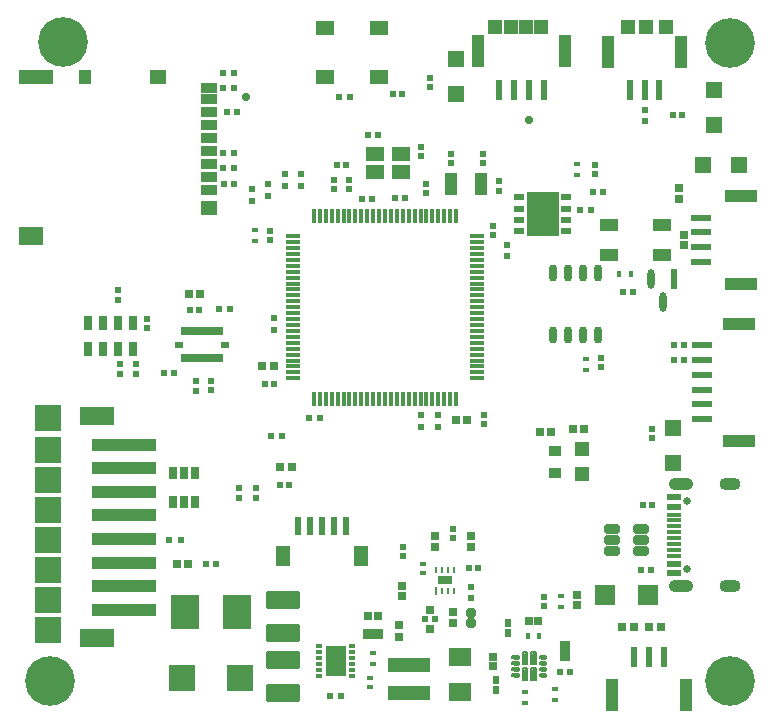
<source format=gts>
%FSTAX23Y23*%
%MOIN*%
%SFA1B1*%

%IPPOS*%
%AMD52*
4,1,8,-0.004800,0.008400,-0.004800,-0.008400,0.000000,-0.013200,0.000000,-0.013200,0.004800,-0.008400,0.004800,0.008400,0.000000,0.013200,0.000000,0.013200,-0.004800,0.008400,0.0*
1,1,0.009546,0.000000,0.008400*
1,1,0.009546,0.000000,-0.008400*
1,1,0.009546,0.000000,-0.008400*
1,1,0.009546,0.000000,0.008400*
%
%AMD66*
4,1,8,0.011900,-0.020700,0.011900,0.020700,0.000000,0.032600,0.000000,0.032600,-0.011900,0.020700,-0.011900,-0.020700,0.000000,-0.032600,0.000000,-0.032600,0.011900,-0.020700,0.0*
1,1,0.023720,0.000000,-0.020700*
1,1,0.023720,0.000000,0.020700*
1,1,0.023720,0.000000,0.020700*
1,1,0.023720,0.000000,-0.020700*
%
%AMD107*
4,1,8,-0.035400,0.000000,-0.035400,0.000000,-0.015700,-0.019700,0.015700,-0.019700,0.035400,0.000000,0.035400,0.000000,0.015700,0.019700,-0.015700,0.019700,-0.035400,0.000000,0.0*
1,1,0.039370,-0.015700,0.000000*
1,1,0.039370,-0.015700,0.000000*
1,1,0.039370,0.015700,0.000000*
1,1,0.039370,0.015700,0.000000*
%
%AMD108*
4,1,8,-0.041300,0.000000,-0.041300,0.000000,-0.021700,-0.019700,0.021700,-0.019700,0.041300,0.000000,0.041300,0.000000,0.021700,0.019700,-0.021700,0.019700,-0.041300,0.000000,0.0*
1,1,0.039370,-0.021700,0.000000*
1,1,0.039370,-0.021700,0.000000*
1,1,0.039370,0.021700,0.000000*
1,1,0.039370,0.021700,0.000000*
%
%AMD138*
4,1,8,-0.057500,0.020200,-0.057500,-0.020200,-0.046800,-0.031000,0.046800,-0.031000,0.057500,-0.020200,0.057500,0.020200,0.046800,0.031000,-0.046800,0.031000,-0.057500,0.020200,0.0*
1,1,0.021484,-0.046800,0.020200*
1,1,0.021484,-0.046800,-0.020200*
1,1,0.021484,0.046800,-0.020200*
1,1,0.021484,0.046800,0.020200*
%
%AMD150*
4,1,8,-0.006200,-0.016500,0.006200,-0.016500,0.016500,-0.006200,0.016500,0.006200,0.006200,0.016500,-0.006200,0.016500,-0.016500,0.006200,-0.016500,-0.006200,-0.006200,-0.016500,0.0*
1,1,0.020500,-0.006200,-0.006200*
1,1,0.020500,0.006200,-0.006200*
1,1,0.020500,0.006200,0.006200*
1,1,0.020500,-0.006200,0.006200*
%
%AMD152*
4,1,8,-0.020900,-0.015600,0.020900,-0.015600,0.027800,-0.008700,0.027800,0.008700,0.020900,0.015600,-0.020900,0.015600,-0.027800,0.008700,-0.027800,-0.008700,-0.020900,-0.015600,0.0*
1,1,0.013807,-0.020900,-0.008700*
1,1,0.013807,0.020900,-0.008700*
1,1,0.013807,0.020900,0.008700*
1,1,0.013807,-0.020900,0.008700*
%
%ADD12R,0.023622X0.066929*%
%ADD13R,0.039370X0.106299*%
%ADD15R,0.118110X0.062992*%
%ADD16R,0.216535X0.039370*%
%ADD17R,0.085039X0.088976*%
%ADD18R,0.023622X0.019685*%
%ADD20R,0.020472X0.020472*%
%ADD21R,0.022538X0.024226*%
%ADD22R,0.020472X0.020472*%
%ADD27R,0.019685X0.019685*%
%ADD28R,0.023622X0.017716*%
%ADD29R,0.026476X0.026306*%
%ADD31R,0.047244X0.070866*%
%ADD32R,0.023622X0.061024*%
%ADD33R,0.031656X0.029851*%
%ADD34R,0.027803X0.028666*%
%ADD42R,0.047244X0.011811*%
%ADD43R,0.011811X0.047244*%
%ADD44R,0.024226X0.022538*%
%ADD45R,0.021654X0.021654*%
%ADD47R,0.075047X0.061206*%
%ADD48R,0.023443X0.026105*%
%ADD49R,0.017716X0.023622*%
%ADD51R,0.026476X0.028163*%
G04~CAMADD=52~8~0.0~0.0~263.1~95.5~47.7~0.0~15~0.0~0.0~0.0~0.0~0~0.0~0.0~0.0~0.0~0~0.0~0.0~0.0~90.0~96.0~263.0*
%ADD52D52*%
%ADD53R,0.049212X0.025591*%
%ADD54R,0.019198X0.018601*%
%ADD57R,0.043307X0.035433*%
%ADD58R,0.047244X0.047244*%
%ADD59R,0.045275X0.023622*%
%ADD64R,0.039370X0.110236*%
G04~CAMADD=66~8~0.0~0.0~651.7~237.2~118.6~0.0~15~0.0~0.0~0.0~0.0~0~0.0~0.0~0.0~0.0~0~0.0~0.0~0.0~270.0~238.0~651.0*
%ADD66D66*%
%ADD67R,0.066929X0.023622*%
%ADD68R,0.110236X0.039370*%
%ADD70R,0.106299X0.039370*%
%ADD72R,0.018432X0.018601*%
%ADD76R,0.021654X0.021654*%
%ADD77R,0.009546X0.026306*%
%ADD78R,0.045275X0.011811*%
%ADD79R,0.022369X0.022538*%
%ADD80R,0.026195X0.026476*%
%ADD81R,0.019685X0.015748*%
%ADD88R,0.043307X0.074803*%
%ADD89R,0.023622X0.019685*%
%ADD90R,0.066929X0.066142*%
%ADD91R,0.019685X0.023622*%
%ADD94R,0.023719X0.065167*%
G04~CAMADD=107~8~0.0~0.0~393.7~708.7~196.9~0.0~15~0.0~0.0~0.0~0.0~0~0.0~0.0~0.0~0.0~0~0.0~0.0~0.0~90.0~708.0~394.0*
%ADD107D107*%
G04~CAMADD=108~8~0.0~0.0~393.7~826.8~196.9~0.0~15~0.0~0.0~0.0~0.0~0~0.0~0.0~0.0~0.0~0~0.0~0.0~0.0~90.0~827.0~393.0*
%ADD108D108*%
%ADD109C,0.025591*%
%ADD136R,0.086740X0.086740*%
%ADD137R,0.029653X0.039496*%
G04~CAMADD=138~8~0.0~0.0~619.4~1150.9~107.4~0.0~15~0.0~0.0~0.0~0.0~0~0.0~0.0~0.0~0.0~0~0.0~0.0~0.0~90.0~1151.0~619.0*
%ADD138D138*%
%ADD139R,0.024866X0.013842*%
%ADD140R,0.070929X0.102425*%
%ADD141R,0.023748X0.023748*%
%ADD142R,0.031622X0.051307*%
%ADD143R,0.021779X0.031228*%
%ADD144R,0.082803X0.059181*%
%ADD145R,0.118236X0.047370*%
%ADD146R,0.039496X0.047370*%
%ADD147R,0.055244X0.035559*%
%ADD148R,0.055244X0.047370*%
%ADD149R,0.063118X0.045401*%
G04~CAMADD=150~8~0.0~0.0~330.0~330.0~102.5~0.0~15~0.0~0.0~0.0~0.0~0~0.0~0.0~0.0~0.0~0~0.0~0.0~0.0~180.0~330.0~330.0*
%ADD150D150*%
%ADD151R,0.032409X0.033984*%
G04~CAMADD=152~8~0.0~0.0~556.4~312.3~69.0~0.0~15~0.0~0.0~0.0~0.0~0~0.0~0.0~0.0~0.0~0~0.0~0.0~0.0~180.0~556.0~312.0*
%ADD152D152*%
%ADD153R,0.056031X0.057212*%
%ADD154O,0.029653X0.057212*%
%ADD155R,0.110362X0.149732*%
%ADD156R,0.037921X0.024535*%
%ADD157R,0.047370X0.047370*%
%ADD158R,0.057212X0.056031*%
%ADD159R,0.031622X0.029260*%
%ADD160R,0.031622X0.031622*%
%ADD161R,0.025716X0.025716*%
%ADD162R,0.025716X0.025716*%
%ADD163R,0.029653X0.029653*%
%ADD164R,0.033984X0.032409*%
%ADD165R,0.141858X0.046583*%
%ADD166R,0.029653X0.031622*%
%ADD167R,0.061149X0.043433*%
%ADD168R,0.059181X0.047370*%
%ADD169R,0.093000X0.115992*%
%ADD170R,0.031228X0.021779*%
%ADD171C,0.023685*%
%ADD172C,0.165480*%
%ADD173C,0.027685*%
%ADD186C,0.005000*%
%ADD188C,0.010000*%
%LNrelia-1*%
%LPD*%
G54D12*
X021Y0209D03*
X02149D03*
X0205D03*
X02164Y00199D03*
X01763Y02088D03*
X01616D03*
X01714D03*
X01665D03*
X02115Y00199D03*
X02065D03*
G54D13*
X01977Y02216D03*
X02222D03*
X01992Y00073D03*
X02237D03*
G54D15*
X00276Y00261D03*
Y01001D03*
G54D16*
X00365Y00435D03*
Y00356D03*
Y00513D03*
Y00671D03*
Y00749D03*
Y00828D03*
Y00907D03*
Y00592D03*
G54D17*
X00751Y0013D03*
X00558D03*
G54D18*
X00553Y0059D03*
X00513D03*
G54D20*
X0067Y0051D03*
X00915Y00771D03*
X00584Y01355D03*
X00834Y0111D03*
X013Y0173D03*
X0121Y0194D03*
X01291Y02075D03*
X01545Y00495D03*
X0206Y01415D03*
X02194Y02005D03*
X02225D03*
X01179Y0194D03*
X00639Y0051D03*
X00865Y0111D03*
X01269Y0173D03*
X02029Y01415D03*
X00615Y01355D03*
X00883Y00771D03*
X01514Y00495D03*
X0126Y02075D03*
G54D21*
X00605Y01086D03*
X00804Y00729D03*
X00345Y01421D03*
X00605Y0112D03*
X00804Y00762D03*
X00345Y01388D03*
G54D22*
X00749Y0073D03*
X01295Y00565D03*
X0044Y01325D03*
X00655Y01089D03*
X0085Y0162D03*
X0137Y01775D03*
X01065Y0179D03*
X01115D03*
X01355Y01869D03*
X01385Y0213D03*
X0146Y00625D03*
X01765Y004D03*
X02125Y00929D03*
X01565Y00974D03*
X01595Y01635D03*
X01455Y01875D03*
X0156D03*
X01935Y0184D03*
X01955Y01164D03*
X02125Y0096D03*
X01385Y02099D03*
X01955Y01195D03*
X01595Y01604D03*
X01295Y00534D03*
X01765Y00369D03*
X0085Y01589D03*
X0137Y01744D03*
X0146Y00594D03*
X01565Y01005D03*
X01935Y01809D03*
X00749Y00761D03*
X0044Y01294D03*
X00655Y0112D03*
X01065Y01759D03*
X01115D03*
X01455Y01844D03*
X0156D03*
X01355Y019D03*
G54D27*
X01089Y0007D03*
X0105D03*
G54D28*
X01195Y00213D03*
X008Y01623D03*
X017Y00046D03*
X018Y00056D03*
X0182Y00403D03*
X01905Y01156D03*
X01875Y01843D03*
X01905Y01193D03*
X018Y00093D03*
X0182Y00366D03*
X008Y01586D03*
X01875Y01806D03*
X017Y00083D03*
X01195Y00176D03*
G54D29*
X0128Y00265D03*
Y00304D03*
G54D31*
X00895Y00535D03*
X01154D03*
G54D32*
X00946Y00634D03*
X01103D03*
X00985D03*
X01025D03*
X01064D03*
G54D33*
X00923Y00831D03*
X00581Y0141D03*
X00826Y0117D03*
X01508Y0099D03*
X00885Y00831D03*
X00618Y0141D03*
X01471Y0099D03*
X00863Y0117D03*
G54D34*
X0129Y00402D03*
X014Y00602D03*
Y00567D03*
X0129Y00437D03*
G54D42*
X00929Y01148D03*
Y01601D03*
X0154Y01581D03*
Y01522D03*
Y01502D03*
X00929Y01561D03*
Y01128D03*
Y01581D03*
X0154Y01601D03*
X00929Y01207D03*
Y01187D03*
X0154D03*
Y01168D03*
Y01266D03*
X00929Y01286D03*
X0154Y01404D03*
Y01561D03*
Y01542D03*
Y01483D03*
Y01463D03*
Y01443D03*
Y01424D03*
Y01384D03*
Y01365D03*
Y01345D03*
Y01325D03*
Y01305D03*
Y01286D03*
Y01246D03*
Y01227D03*
Y01207D03*
Y01148D03*
Y01128D03*
X00929Y01168D03*
Y01227D03*
Y01246D03*
Y01266D03*
Y01305D03*
Y01325D03*
Y01345D03*
Y01365D03*
Y01404D03*
Y01424D03*
Y01443D03*
Y01463D03*
Y01483D03*
Y01502D03*
Y01522D03*
Y01542D03*
Y01384D03*
G54D43*
X01116Y0167D03*
X01294D03*
X01451Y01059D03*
X01097D03*
X01077D03*
X01372Y0167D03*
X01274D03*
X01471Y01059D03*
X01077Y0167D03*
X01097D03*
X01254Y01059D03*
X01294D03*
X01274D03*
X01353Y0167D03*
X00998Y01059D03*
X01333D03*
X01353D03*
X01372D03*
X01412D03*
X01313D03*
X01235D03*
X01215D03*
X01195D03*
X01175D03*
X01156D03*
X01136D03*
X01116D03*
X01038D03*
X01018Y0167D03*
X01038D03*
X01057D03*
X01136D03*
X01156D03*
X01175D03*
X01195D03*
X01215D03*
X01235D03*
X01254D03*
X01313D03*
X01333D03*
X01392D03*
X01412D03*
X01431D03*
X01451D03*
X01471D03*
X00998D03*
X01392Y01059D03*
X01018D03*
X01431D03*
X01057D03*
G54D44*
X01073Y0184D03*
X01961Y0175D03*
X01928D03*
X01106Y0184D03*
G54D45*
X01117Y02065D03*
X00732Y01775D03*
X0073Y0183D03*
Y0188D03*
X00742Y02015D03*
X0073Y02095D03*
X01157Y01725D03*
X0192Y0169D03*
X00497Y01145D03*
X00892Y00936D03*
X00717Y0136D03*
X00682D03*
X00707Y02015D03*
X00697Y01775D03*
X00694Y0183D03*
Y02095D03*
Y0188D03*
X00856Y00936D03*
X01192Y01725D03*
X01884Y0169D03*
X01082Y02065D03*
X00532Y01145D03*
G54D47*
X01485Y00081D03*
Y00198D03*
G54D48*
X01605Y00088D03*
X01645Y00311D03*
X01605Y00121D03*
X01645Y00278D03*
G54D49*
X01748Y0027D03*
X02053Y01475D03*
X01711Y0027D03*
X02016Y01475D03*
G54D51*
X0146Y00311D03*
X0152Y00603D03*
X0146Y00348D03*
X0152Y00566D03*
G54D52*
X01425Y00419D03*
X01464D03*
X01425Y0049D03*
X01444Y00419D03*
X01464Y0049D03*
X01444D03*
X01405D03*
G54D53*
X01435Y00455D03*
G54D54*
X01851Y0015D03*
X02088Y0049D03*
X02093Y00705D03*
X01818Y0015D03*
X02121Y0049D03*
X02126Y00705D03*
G54D57*
X018Y00812D03*
Y00887D03*
G54D58*
X0189Y00808D03*
Y00891D03*
G54D59*
X02197Y00731D03*
Y00479D03*
Y0051D03*
Y00699D03*
G54D64*
X01543Y0222D03*
X01836D03*
G54D66*
X0216Y01381D03*
X02122Y01458D03*
G54D67*
X02288Y01516D03*
X0229Y01139D03*
Y00991D03*
Y01188D03*
Y01041D03*
Y01238D03*
Y0109D03*
X02288Y01565D03*
Y01614D03*
Y01663D03*
G54D68*
X0242Y01443D03*
Y01736D03*
G54D70*
X02416Y00919D03*
Y0131D03*
G54D72*
X02199Y0119D03*
X02198Y0124D03*
X0223Y0119D03*
X0223Y0124D03*
G54D76*
X0152Y00397D03*
X01615Y01752D03*
X0164Y01537D03*
X01615Y01787D03*
X00405Y01177D03*
X0035D03*
Y01142D03*
X00405D03*
X0152Y00432D03*
X0164Y01572D03*
X021Y01987D03*
Y02022D03*
G54D77*
X01405Y00419D03*
G54D78*
X02197Y00536D03*
Y00654D03*
Y00673D03*
Y00555D03*
Y00595D03*
Y00634D03*
Y00575D03*
Y00614D03*
G54D79*
X0073Y02145D03*
X00694D03*
G54D80*
X02064Y003D03*
X02115D03*
X0175Y0095D03*
X00579Y0051D03*
X0054D03*
X0186Y0096D03*
X01899D03*
X01789Y0095D03*
X02025Y003D03*
X02154D03*
G54D81*
X0136Y00479D03*
Y0051D03*
X01185Y0013D03*
Y00099D03*
G54D88*
X01554Y01775D03*
X01455D03*
G54D89*
X00865Y01329D03*
Y0129D03*
X01355Y00965D03*
X0141D03*
X01355Y01004D03*
X0141D03*
X0079Y0172D03*
X00845Y01774D03*
Y01735D03*
X009Y01809D03*
Y0177D03*
X00955Y01809D03*
Y0177D03*
X0079Y01759D03*
G54D90*
X0211Y00405D03*
X01969D03*
G54D91*
X01019Y00995D03*
X0098D03*
G54D94*
X02197Y01458D03*
G54D107*
X02385Y00435D03*
Y00775D03*
G54D108*
X0222Y00435D03*
Y00775D03*
G54D109*
X0224Y00491D03*
Y00718D03*
G54D136*
X0011Y0039D03*
Y00995D03*
Y0029D03*
Y0049D03*
Y0059D03*
Y0069D03*
Y0079D03*
Y0089D03*
G54D137*
X00565Y00812D03*
X00602D03*
X00527D03*
Y00717D03*
X00565D03*
X00602D03*
G54D138*
X00895Y00079D03*
Y0039D03*
Y00279D03*
Y0019D03*
G54D139*
X01013Y00135D03*
Y00234D03*
Y00155D03*
Y00175D03*
Y00194D03*
Y00214D03*
X01126Y00234D03*
Y00214D03*
Y00194D03*
Y00175D03*
Y00155D03*
Y00135D03*
G54D140*
X0107Y00185D03*
G54D141*
X014Y00325D03*
X01369D03*
G54D142*
X00246Y01313D03*
Y01226D03*
X00295Y01313D03*
Y01226D03*
X00393D03*
X00344D03*
Y01313D03*
X00393D03*
G54D143*
X00684Y01285D03*
X00585D03*
X00664D03*
X00625D03*
X00644Y01194D03*
X00605Y01285D03*
X00644D03*
X00684Y01194D03*
X00625D03*
X00565Y01285D03*
Y01194D03*
X00585D03*
X00605D03*
X00664D03*
G54D144*
X00054Y01602D03*
G54D145*
X00072Y02133D03*
G54D146*
X00235Y02133D03*
G54D147*
X00648Y01972D03*
Y01885D03*
Y02058D03*
Y02015D03*
Y01928D03*
Y01799D03*
Y01755D03*
Y01842D03*
Y02096D03*
G54D148*
X00648Y01694D03*
X00479Y02133D03*
G54D149*
X01215Y02296D03*
X01035D03*
Y02133D03*
X01215D03*
G54D150*
X0152Y00312D03*
Y00347D03*
G54D151*
X01835Y00236D03*
Y00203D03*
G54D152*
X02089Y0059D03*
X0199D03*
X02089Y00552D03*
Y00627D03*
X0199Y00552D03*
Y00627D03*
G54D153*
X02195Y00846D03*
X0147Y02193D03*
X0233Y02088D03*
Y01971D03*
X02195Y00963D03*
X0147Y02076D03*
G54D154*
X01845Y01271D03*
X01795Y01478D03*
X01895Y01271D03*
X01945Y01478D03*
X01845D03*
X01895D03*
X01795Y01271D03*
X01945D03*
G54D155*
X0176Y01675D03*
G54D156*
X01681Y01618D03*
X01838Y01693D03*
Y01656D03*
Y01618D03*
X01681Y01656D03*
Y01693D03*
Y01731D03*
X01838D03*
G54D157*
X01755Y023D03*
X02045D03*
X0217D03*
X016D03*
X02105D03*
X01705D03*
X01655D03*
G54D158*
X02413Y0184D03*
X02296D03*
G54D159*
X02215Y01762D03*
X01875Y00372D03*
X02215Y01727D03*
X01875Y00407D03*
G54D160*
X01385Y00293D03*
Y00356D03*
G54D161*
X01595Y00169D03*
Y002D03*
G54D162*
X01745Y0032D03*
X01714D03*
G54D163*
X01212Y00335D03*
X01177D03*
G54D164*
X01212Y00275D03*
X01177D03*
G54D165*
X01315Y00078D03*
Y00171D03*
G54D166*
X0223Y01573D03*
Y01606D03*
G54D167*
X02159Y0154D03*
Y01639D03*
X0198Y0154D03*
Y01639D03*
G54D168*
X01289Y01875D03*
X012Y01814D03*
X01289D03*
X012Y01875D03*
G54D169*
X00567Y0035D03*
X00742D03*
G54D170*
X00549Y0124D03*
X007D03*
G54D171*
X0107Y00155D03*
X01055Y00185D03*
X0107Y00215D03*
X01085Y00185D03*
G54D172*
X00118Y00118D03*
X0016Y0225D03*
X02384Y00118D03*
Y02244D03*
G54D173*
X0077Y02065D03*
X01715Y0199D03*
G54D186*
X01772Y00194D02*
X0175D01*
Y00201*
X01772*
Y00194*
G54D188*
X01767Y00199D02*
X01755D01*
Y00196*
X01767*
Y00199*
G54D186*
X01682Y00194D02*
X01659D01*
Y00201*
X01682*
Y00194*
G54D188*
X01677Y00199D02*
X01664D01*
Y00196*
X01677*
Y00199*
G54D186*
X01772Y00174D02*
X0175D01*
Y00181*
X01772*
Y00174*
G54D188*
X01767Y00179D02*
X01755D01*
Y00176*
X01767*
Y00179*
G54D186*
X01737Y00174D02*
X01722D01*
Y00215*
X01737*
Y00174*
G54D188*
X01732Y00179D02*
X01727D01*
Y0021*
X01732*
Y00179*
G54D186*
X01709Y00174D02*
X01695D01*
Y00215*
X01709*
Y00174*
G54D188*
X01704Y00179D02*
X017D01*
Y0021*
X01704*
Y00179*
G54D186*
X01682Y00174D02*
X01659D01*
Y00181*
X01682*
Y00174*
G54D188*
X01677Y00179D02*
X01664D01*
Y00176*
X01677*
Y00179*
G54D186*
X01772Y00155D02*
X0175D01*
Y00161*
X01772*
Y00155*
G54D188*
X01767Y0016D02*
X01755D01*
Y00156*
X01767*
Y0016*
G54D186*
X01682Y00155D02*
X01659D01*
Y00161*
X01682*
Y00155*
G54D188*
X01677Y0016D02*
X01664D01*
Y00156*
X01677*
Y0016*
G54D186*
X01772Y00135D02*
X0175D01*
Y00142*
X01772*
Y00135*
G54D188*
X01767Y0014D02*
X01755D01*
Y00137*
X01767*
Y0014*
G54D186*
X01682Y00135D02*
X01659D01*
Y00142*
X01682*
Y00135*
G54D188*
X01677Y0014D02*
X01664D01*
Y00137*
X01677*
Y0014*
G54D186*
X01737Y00121D02*
X01722D01*
Y00161*
X01737*
Y00121*
G54D188*
X01732Y00126D02*
X01727D01*
Y00156*
X01732*
Y00126*
G54D186*
X01709Y00121D02*
X01695D01*
Y00161*
X01709*
Y00121*
G54D188*
X01704Y00126D02*
X017D01*
Y00156*
X01704*
Y00126*
M02*
</source>
